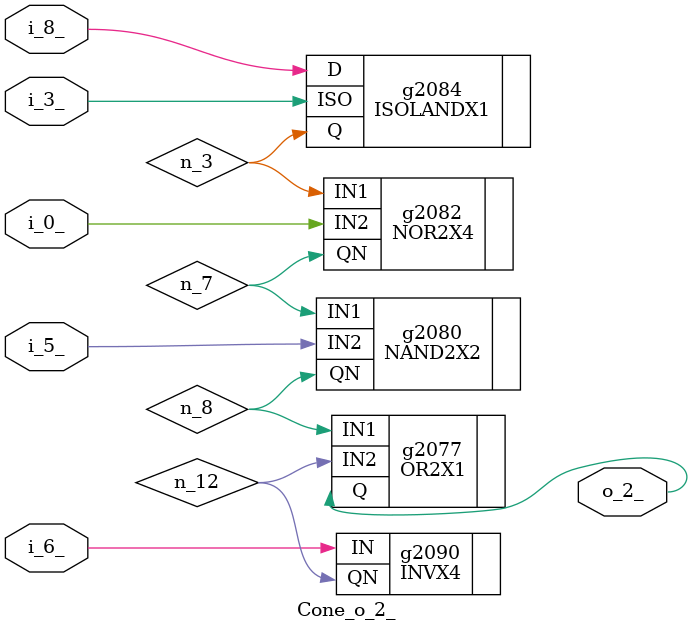
<source format=v>

module Cone_o_2_ (o_2_, i_3_, i_8_, i_0_, i_5_, i_6_ );
	input i_3_, i_8_, i_0_, i_5_, i_6_;
	output o_2_;
	wire n_8, n_7, n_3, n_12;
	OR2X1 g2077(.IN1 (n_8), .IN2 (n_12), .Q (o_2_));	NAND2X2 g2080(.IN1 (n_7), .IN2 (i_5_), .QN (n_8));	NOR2X4 g2082(.IN1 (n_3), .IN2 (i_0_), .QN (n_7));	ISOLANDX1 g2084(.ISO (i_3_), .D (i_8_), .Q (n_3));	INVX4 g2090(.IN (i_6_), .QN (n_12));
endmodule


</source>
